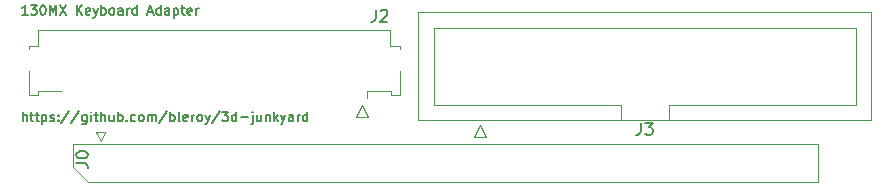
<source format=gto>
G04 #@! TF.GenerationSoftware,KiCad,Pcbnew,(5.1.10)-1*
G04 #@! TF.CreationDate,2021-09-25T20:55:18-07:00*
G04 #@! TF.ProjectId,Atari130MX-adapter,41746172-6931-4333-904d-582d61646170,rev?*
G04 #@! TF.SameCoordinates,Original*
G04 #@! TF.FileFunction,Legend,Top*
G04 #@! TF.FilePolarity,Positive*
%FSLAX46Y46*%
G04 Gerber Fmt 4.6, Leading zero omitted, Abs format (unit mm)*
G04 Created by KiCad (PCBNEW (5.1.10)-1) date 2021-09-25 20:55:18*
%MOMM*%
%LPD*%
G01*
G04 APERTURE LIST*
%ADD10C,0.150000*%
%ADD11C,0.120000*%
%ADD12R,0.400000X1.000000*%
%ADD13R,2.000000X1.300000*%
%ADD14O,1.524000X2.540000*%
%ADD15C,1.700000*%
G04 APERTURE END LIST*
D10*
X18787976Y-35361904D02*
X18787976Y-34561904D01*
X19130833Y-35361904D02*
X19130833Y-34942857D01*
X19092738Y-34866666D01*
X19016547Y-34828571D01*
X18902261Y-34828571D01*
X18826071Y-34866666D01*
X18787976Y-34904761D01*
X19397500Y-34828571D02*
X19702261Y-34828571D01*
X19511785Y-34561904D02*
X19511785Y-35247619D01*
X19549880Y-35323809D01*
X19626071Y-35361904D01*
X19702261Y-35361904D01*
X19854642Y-34828571D02*
X20159404Y-34828571D01*
X19968928Y-34561904D02*
X19968928Y-35247619D01*
X20007023Y-35323809D01*
X20083214Y-35361904D01*
X20159404Y-35361904D01*
X20426071Y-34828571D02*
X20426071Y-35628571D01*
X20426071Y-34866666D02*
X20502261Y-34828571D01*
X20654642Y-34828571D01*
X20730833Y-34866666D01*
X20768928Y-34904761D01*
X20807023Y-34980952D01*
X20807023Y-35209523D01*
X20768928Y-35285714D01*
X20730833Y-35323809D01*
X20654642Y-35361904D01*
X20502261Y-35361904D01*
X20426071Y-35323809D01*
X21111785Y-35323809D02*
X21187976Y-35361904D01*
X21340357Y-35361904D01*
X21416547Y-35323809D01*
X21454642Y-35247619D01*
X21454642Y-35209523D01*
X21416547Y-35133333D01*
X21340357Y-35095238D01*
X21226071Y-35095238D01*
X21149880Y-35057142D01*
X21111785Y-34980952D01*
X21111785Y-34942857D01*
X21149880Y-34866666D01*
X21226071Y-34828571D01*
X21340357Y-34828571D01*
X21416547Y-34866666D01*
X21797500Y-35285714D02*
X21835595Y-35323809D01*
X21797500Y-35361904D01*
X21759404Y-35323809D01*
X21797500Y-35285714D01*
X21797500Y-35361904D01*
X21797500Y-34866666D02*
X21835595Y-34904761D01*
X21797500Y-34942857D01*
X21759404Y-34904761D01*
X21797500Y-34866666D01*
X21797500Y-34942857D01*
X22749880Y-34523809D02*
X22064166Y-35552380D01*
X23587976Y-34523809D02*
X22902261Y-35552380D01*
X24197500Y-34828571D02*
X24197500Y-35476190D01*
X24159404Y-35552380D01*
X24121309Y-35590476D01*
X24045119Y-35628571D01*
X23930833Y-35628571D01*
X23854642Y-35590476D01*
X24197500Y-35323809D02*
X24121309Y-35361904D01*
X23968928Y-35361904D01*
X23892738Y-35323809D01*
X23854642Y-35285714D01*
X23816547Y-35209523D01*
X23816547Y-34980952D01*
X23854642Y-34904761D01*
X23892738Y-34866666D01*
X23968928Y-34828571D01*
X24121309Y-34828571D01*
X24197500Y-34866666D01*
X24578452Y-35361904D02*
X24578452Y-34828571D01*
X24578452Y-34561904D02*
X24540357Y-34600000D01*
X24578452Y-34638095D01*
X24616547Y-34600000D01*
X24578452Y-34561904D01*
X24578452Y-34638095D01*
X24845119Y-34828571D02*
X25149880Y-34828571D01*
X24959404Y-34561904D02*
X24959404Y-35247619D01*
X24997500Y-35323809D01*
X25073690Y-35361904D01*
X25149880Y-35361904D01*
X25416547Y-35361904D02*
X25416547Y-34561904D01*
X25759404Y-35361904D02*
X25759404Y-34942857D01*
X25721309Y-34866666D01*
X25645119Y-34828571D01*
X25530833Y-34828571D01*
X25454642Y-34866666D01*
X25416547Y-34904761D01*
X26483214Y-34828571D02*
X26483214Y-35361904D01*
X26140357Y-34828571D02*
X26140357Y-35247619D01*
X26178452Y-35323809D01*
X26254642Y-35361904D01*
X26368928Y-35361904D01*
X26445119Y-35323809D01*
X26483214Y-35285714D01*
X26864166Y-35361904D02*
X26864166Y-34561904D01*
X26864166Y-34866666D02*
X26940357Y-34828571D01*
X27092738Y-34828571D01*
X27168928Y-34866666D01*
X27207023Y-34904761D01*
X27245119Y-34980952D01*
X27245119Y-35209523D01*
X27207023Y-35285714D01*
X27168928Y-35323809D01*
X27092738Y-35361904D01*
X26940357Y-35361904D01*
X26864166Y-35323809D01*
X27587976Y-35285714D02*
X27626071Y-35323809D01*
X27587976Y-35361904D01*
X27549880Y-35323809D01*
X27587976Y-35285714D01*
X27587976Y-35361904D01*
X28311785Y-35323809D02*
X28235595Y-35361904D01*
X28083214Y-35361904D01*
X28007023Y-35323809D01*
X27968928Y-35285714D01*
X27930833Y-35209523D01*
X27930833Y-34980952D01*
X27968928Y-34904761D01*
X28007023Y-34866666D01*
X28083214Y-34828571D01*
X28235595Y-34828571D01*
X28311785Y-34866666D01*
X28768928Y-35361904D02*
X28692738Y-35323809D01*
X28654642Y-35285714D01*
X28616547Y-35209523D01*
X28616547Y-34980952D01*
X28654642Y-34904761D01*
X28692738Y-34866666D01*
X28768928Y-34828571D01*
X28883214Y-34828571D01*
X28959404Y-34866666D01*
X28997500Y-34904761D01*
X29035595Y-34980952D01*
X29035595Y-35209523D01*
X28997500Y-35285714D01*
X28959404Y-35323809D01*
X28883214Y-35361904D01*
X28768928Y-35361904D01*
X29378452Y-35361904D02*
X29378452Y-34828571D01*
X29378452Y-34904761D02*
X29416547Y-34866666D01*
X29492738Y-34828571D01*
X29607023Y-34828571D01*
X29683214Y-34866666D01*
X29721309Y-34942857D01*
X29721309Y-35361904D01*
X29721309Y-34942857D02*
X29759404Y-34866666D01*
X29835595Y-34828571D01*
X29949880Y-34828571D01*
X30026071Y-34866666D01*
X30064166Y-34942857D01*
X30064166Y-35361904D01*
X31016547Y-34523809D02*
X30330833Y-35552380D01*
X31283214Y-35361904D02*
X31283214Y-34561904D01*
X31283214Y-34866666D02*
X31359404Y-34828571D01*
X31511785Y-34828571D01*
X31587976Y-34866666D01*
X31626071Y-34904761D01*
X31664166Y-34980952D01*
X31664166Y-35209523D01*
X31626071Y-35285714D01*
X31587976Y-35323809D01*
X31511785Y-35361904D01*
X31359404Y-35361904D01*
X31283214Y-35323809D01*
X32121309Y-35361904D02*
X32045119Y-35323809D01*
X32007023Y-35247619D01*
X32007023Y-34561904D01*
X32730833Y-35323809D02*
X32654642Y-35361904D01*
X32502261Y-35361904D01*
X32426071Y-35323809D01*
X32387976Y-35247619D01*
X32387976Y-34942857D01*
X32426071Y-34866666D01*
X32502261Y-34828571D01*
X32654642Y-34828571D01*
X32730833Y-34866666D01*
X32768928Y-34942857D01*
X32768928Y-35019047D01*
X32387976Y-35095238D01*
X33111785Y-35361904D02*
X33111785Y-34828571D01*
X33111785Y-34980952D02*
X33149880Y-34904761D01*
X33187976Y-34866666D01*
X33264166Y-34828571D01*
X33340357Y-34828571D01*
X33721309Y-35361904D02*
X33645119Y-35323809D01*
X33607023Y-35285714D01*
X33568928Y-35209523D01*
X33568928Y-34980952D01*
X33607023Y-34904761D01*
X33645119Y-34866666D01*
X33721309Y-34828571D01*
X33835595Y-34828571D01*
X33911785Y-34866666D01*
X33949880Y-34904761D01*
X33987976Y-34980952D01*
X33987976Y-35209523D01*
X33949880Y-35285714D01*
X33911785Y-35323809D01*
X33835595Y-35361904D01*
X33721309Y-35361904D01*
X34254642Y-34828571D02*
X34445119Y-35361904D01*
X34635595Y-34828571D02*
X34445119Y-35361904D01*
X34368928Y-35552380D01*
X34330833Y-35590476D01*
X34254642Y-35628571D01*
X35511785Y-34523809D02*
X34826071Y-35552380D01*
X35702261Y-34561904D02*
X36197500Y-34561904D01*
X35930833Y-34866666D01*
X36045119Y-34866666D01*
X36121309Y-34904761D01*
X36159404Y-34942857D01*
X36197500Y-35019047D01*
X36197500Y-35209523D01*
X36159404Y-35285714D01*
X36121309Y-35323809D01*
X36045119Y-35361904D01*
X35816547Y-35361904D01*
X35740357Y-35323809D01*
X35702261Y-35285714D01*
X36883214Y-35361904D02*
X36883214Y-34561904D01*
X36883214Y-35323809D02*
X36807023Y-35361904D01*
X36654642Y-35361904D01*
X36578452Y-35323809D01*
X36540357Y-35285714D01*
X36502261Y-35209523D01*
X36502261Y-34980952D01*
X36540357Y-34904761D01*
X36578452Y-34866666D01*
X36654642Y-34828571D01*
X36807023Y-34828571D01*
X36883214Y-34866666D01*
X37264166Y-35057142D02*
X37873690Y-35057142D01*
X38254642Y-34828571D02*
X38254642Y-35514285D01*
X38216547Y-35590476D01*
X38140357Y-35628571D01*
X38102261Y-35628571D01*
X38254642Y-34561904D02*
X38216547Y-34600000D01*
X38254642Y-34638095D01*
X38292738Y-34600000D01*
X38254642Y-34561904D01*
X38254642Y-34638095D01*
X38978452Y-34828571D02*
X38978452Y-35361904D01*
X38635595Y-34828571D02*
X38635595Y-35247619D01*
X38673690Y-35323809D01*
X38749880Y-35361904D01*
X38864166Y-35361904D01*
X38940357Y-35323809D01*
X38978452Y-35285714D01*
X39359404Y-34828571D02*
X39359404Y-35361904D01*
X39359404Y-34904761D02*
X39397500Y-34866666D01*
X39473690Y-34828571D01*
X39587976Y-34828571D01*
X39664166Y-34866666D01*
X39702261Y-34942857D01*
X39702261Y-35361904D01*
X40083214Y-35361904D02*
X40083214Y-34561904D01*
X40159404Y-35057142D02*
X40387976Y-35361904D01*
X40387976Y-34828571D02*
X40083214Y-35133333D01*
X40654642Y-34828571D02*
X40845119Y-35361904D01*
X41035595Y-34828571D02*
X40845119Y-35361904D01*
X40768928Y-35552380D01*
X40730833Y-35590476D01*
X40654642Y-35628571D01*
X41683214Y-35361904D02*
X41683214Y-34942857D01*
X41645119Y-34866666D01*
X41568928Y-34828571D01*
X41416547Y-34828571D01*
X41340357Y-34866666D01*
X41683214Y-35323809D02*
X41607023Y-35361904D01*
X41416547Y-35361904D01*
X41340357Y-35323809D01*
X41302261Y-35247619D01*
X41302261Y-35171428D01*
X41340357Y-35095238D01*
X41416547Y-35057142D01*
X41607023Y-35057142D01*
X41683214Y-35019047D01*
X42064166Y-35361904D02*
X42064166Y-34828571D01*
X42064166Y-34980952D02*
X42102261Y-34904761D01*
X42140357Y-34866666D01*
X42216547Y-34828571D01*
X42292738Y-34828571D01*
X42902261Y-35361904D02*
X42902261Y-34561904D01*
X42902261Y-35323809D02*
X42826071Y-35361904D01*
X42673690Y-35361904D01*
X42597500Y-35323809D01*
X42559404Y-35285714D01*
X42521309Y-35209523D01*
X42521309Y-34980952D01*
X42559404Y-34904761D01*
X42597500Y-34866666D01*
X42673690Y-34828571D01*
X42826071Y-34828571D01*
X42902261Y-34866666D01*
X19207023Y-26361904D02*
X18749880Y-26361904D01*
X18978452Y-26361904D02*
X18978452Y-25561904D01*
X18902261Y-25676190D01*
X18826071Y-25752380D01*
X18749880Y-25790476D01*
X19473690Y-25561904D02*
X19968928Y-25561904D01*
X19702261Y-25866666D01*
X19816547Y-25866666D01*
X19892738Y-25904761D01*
X19930833Y-25942857D01*
X19968928Y-26019047D01*
X19968928Y-26209523D01*
X19930833Y-26285714D01*
X19892738Y-26323809D01*
X19816547Y-26361904D01*
X19587976Y-26361904D01*
X19511785Y-26323809D01*
X19473690Y-26285714D01*
X20464166Y-25561904D02*
X20540357Y-25561904D01*
X20616547Y-25600000D01*
X20654642Y-25638095D01*
X20692738Y-25714285D01*
X20730833Y-25866666D01*
X20730833Y-26057142D01*
X20692738Y-26209523D01*
X20654642Y-26285714D01*
X20616547Y-26323809D01*
X20540357Y-26361904D01*
X20464166Y-26361904D01*
X20387976Y-26323809D01*
X20349880Y-26285714D01*
X20311785Y-26209523D01*
X20273690Y-26057142D01*
X20273690Y-25866666D01*
X20311785Y-25714285D01*
X20349880Y-25638095D01*
X20387976Y-25600000D01*
X20464166Y-25561904D01*
X21073690Y-26361904D02*
X21073690Y-25561904D01*
X21340357Y-26133333D01*
X21607023Y-25561904D01*
X21607023Y-26361904D01*
X21911785Y-25561904D02*
X22445119Y-26361904D01*
X22445119Y-25561904D02*
X21911785Y-26361904D01*
X23359404Y-26361904D02*
X23359404Y-25561904D01*
X23816547Y-26361904D02*
X23473690Y-25904761D01*
X23816547Y-25561904D02*
X23359404Y-26019047D01*
X24464166Y-26323809D02*
X24387976Y-26361904D01*
X24235595Y-26361904D01*
X24159404Y-26323809D01*
X24121309Y-26247619D01*
X24121309Y-25942857D01*
X24159404Y-25866666D01*
X24235595Y-25828571D01*
X24387976Y-25828571D01*
X24464166Y-25866666D01*
X24502261Y-25942857D01*
X24502261Y-26019047D01*
X24121309Y-26095238D01*
X24768928Y-25828571D02*
X24959404Y-26361904D01*
X25149880Y-25828571D02*
X24959404Y-26361904D01*
X24883214Y-26552380D01*
X24845119Y-26590476D01*
X24768928Y-26628571D01*
X25454642Y-26361904D02*
X25454642Y-25561904D01*
X25454642Y-25866666D02*
X25530833Y-25828571D01*
X25683214Y-25828571D01*
X25759404Y-25866666D01*
X25797500Y-25904761D01*
X25835595Y-25980952D01*
X25835595Y-26209523D01*
X25797500Y-26285714D01*
X25759404Y-26323809D01*
X25683214Y-26361904D01*
X25530833Y-26361904D01*
X25454642Y-26323809D01*
X26292738Y-26361904D02*
X26216547Y-26323809D01*
X26178452Y-26285714D01*
X26140357Y-26209523D01*
X26140357Y-25980952D01*
X26178452Y-25904761D01*
X26216547Y-25866666D01*
X26292738Y-25828571D01*
X26407023Y-25828571D01*
X26483214Y-25866666D01*
X26521309Y-25904761D01*
X26559404Y-25980952D01*
X26559404Y-26209523D01*
X26521309Y-26285714D01*
X26483214Y-26323809D01*
X26407023Y-26361904D01*
X26292738Y-26361904D01*
X27245119Y-26361904D02*
X27245119Y-25942857D01*
X27207023Y-25866666D01*
X27130833Y-25828571D01*
X26978452Y-25828571D01*
X26902261Y-25866666D01*
X27245119Y-26323809D02*
X27168928Y-26361904D01*
X26978452Y-26361904D01*
X26902261Y-26323809D01*
X26864166Y-26247619D01*
X26864166Y-26171428D01*
X26902261Y-26095238D01*
X26978452Y-26057142D01*
X27168928Y-26057142D01*
X27245119Y-26019047D01*
X27626071Y-26361904D02*
X27626071Y-25828571D01*
X27626071Y-25980952D02*
X27664166Y-25904761D01*
X27702261Y-25866666D01*
X27778452Y-25828571D01*
X27854642Y-25828571D01*
X28464166Y-26361904D02*
X28464166Y-25561904D01*
X28464166Y-26323809D02*
X28387976Y-26361904D01*
X28235595Y-26361904D01*
X28159404Y-26323809D01*
X28121309Y-26285714D01*
X28083214Y-26209523D01*
X28083214Y-25980952D01*
X28121309Y-25904761D01*
X28159404Y-25866666D01*
X28235595Y-25828571D01*
X28387976Y-25828571D01*
X28464166Y-25866666D01*
X29416547Y-26133333D02*
X29797500Y-26133333D01*
X29340357Y-26361904D02*
X29607023Y-25561904D01*
X29873690Y-26361904D01*
X30483214Y-26361904D02*
X30483214Y-25561904D01*
X30483214Y-26323809D02*
X30407023Y-26361904D01*
X30254642Y-26361904D01*
X30178452Y-26323809D01*
X30140357Y-26285714D01*
X30102261Y-26209523D01*
X30102261Y-25980952D01*
X30140357Y-25904761D01*
X30178452Y-25866666D01*
X30254642Y-25828571D01*
X30407023Y-25828571D01*
X30483214Y-25866666D01*
X31207023Y-26361904D02*
X31207023Y-25942857D01*
X31168928Y-25866666D01*
X31092738Y-25828571D01*
X30940357Y-25828571D01*
X30864166Y-25866666D01*
X31207023Y-26323809D02*
X31130833Y-26361904D01*
X30940357Y-26361904D01*
X30864166Y-26323809D01*
X30826071Y-26247619D01*
X30826071Y-26171428D01*
X30864166Y-26095238D01*
X30940357Y-26057142D01*
X31130833Y-26057142D01*
X31207023Y-26019047D01*
X31587976Y-25828571D02*
X31587976Y-26628571D01*
X31587976Y-25866666D02*
X31664166Y-25828571D01*
X31816547Y-25828571D01*
X31892738Y-25866666D01*
X31930833Y-25904761D01*
X31968928Y-25980952D01*
X31968928Y-26209523D01*
X31930833Y-26285714D01*
X31892738Y-26323809D01*
X31816547Y-26361904D01*
X31664166Y-26361904D01*
X31587976Y-26323809D01*
X32197500Y-25828571D02*
X32502261Y-25828571D01*
X32311785Y-25561904D02*
X32311785Y-26247619D01*
X32349880Y-26323809D01*
X32426071Y-26361904D01*
X32502261Y-26361904D01*
X33073690Y-26323809D02*
X32997500Y-26361904D01*
X32845119Y-26361904D01*
X32768928Y-26323809D01*
X32730833Y-26247619D01*
X32730833Y-25942857D01*
X32768928Y-25866666D01*
X32845119Y-25828571D01*
X32997500Y-25828571D01*
X33073690Y-25866666D01*
X33111785Y-25942857D01*
X33111785Y-26019047D01*
X32730833Y-26095238D01*
X33454642Y-26361904D02*
X33454642Y-25828571D01*
X33454642Y-25980952D02*
X33492738Y-25904761D01*
X33530833Y-25866666D01*
X33607023Y-25828571D01*
X33683214Y-25828571D01*
D11*
X25781000Y-36322000D02*
X25400000Y-37084000D01*
X25019000Y-36322000D02*
X25781000Y-36322000D01*
X25400000Y-37084000D02*
X25019000Y-36322000D01*
X48003000Y-35028000D02*
X47495000Y-34012000D01*
X46987000Y-35028000D02*
X48003000Y-35028000D01*
X47495000Y-34012000D02*
X46987000Y-35028000D01*
X47960000Y-33410000D02*
X47960000Y-32820000D01*
X47960000Y-32820000D02*
X49940000Y-32820000D01*
X49940000Y-32820000D02*
X49940000Y-33170000D01*
X49940000Y-33170000D02*
X50710000Y-33170000D01*
X50710000Y-33170000D02*
X50710000Y-31120000D01*
X50710000Y-29300000D02*
X50710000Y-29000000D01*
X50710000Y-29000000D02*
X49910000Y-29000000D01*
X49910000Y-29000000D02*
X49910000Y-27700000D01*
X49910000Y-27700000D02*
X20090000Y-27700000D01*
X20090000Y-27700000D02*
X20090000Y-29000000D01*
X20090000Y-29000000D02*
X19290000Y-29000000D01*
X19290000Y-29000000D02*
X19290000Y-29300000D01*
X19290000Y-31120000D02*
X19290000Y-33170000D01*
X19290000Y-33170000D02*
X20060000Y-33170000D01*
X20060000Y-33170000D02*
X20060000Y-32820000D01*
X20060000Y-32820000D02*
X22040000Y-32820000D01*
X24330000Y-40513000D02*
X86160000Y-40513000D01*
X23060000Y-37338000D02*
X86160000Y-37338000D01*
X23060000Y-37338000D02*
X23060000Y-39243000D01*
X86160000Y-37338000D02*
X86160000Y-40513000D01*
X24330000Y-40513000D02*
X23060000Y-39243000D01*
X52290000Y-35290000D02*
X52290000Y-26170000D01*
X52290000Y-26170000D02*
X90650000Y-26170000D01*
X90650000Y-26170000D02*
X90650000Y-35290000D01*
X90650000Y-35290000D02*
X52290000Y-35290000D01*
X69420000Y-35290000D02*
X69420000Y-33980000D01*
X69420000Y-33980000D02*
X53590000Y-33980000D01*
X53590000Y-33980000D02*
X53590000Y-27480000D01*
X53590000Y-27480000D02*
X89350000Y-27480000D01*
X89350000Y-27480000D02*
X89350000Y-33980000D01*
X89350000Y-33980000D02*
X73520000Y-33980000D01*
X73520000Y-33980000D02*
X73520000Y-33980000D01*
X73520000Y-33980000D02*
X73520000Y-35290000D01*
X57500000Y-35680000D02*
X57000000Y-36680000D01*
X57000000Y-36680000D02*
X58000000Y-36680000D01*
X58000000Y-36680000D02*
X57500000Y-35680000D01*
D10*
X48666666Y-25952380D02*
X48666666Y-26666666D01*
X48619047Y-26809523D01*
X48523809Y-26904761D01*
X48380952Y-26952380D01*
X48285714Y-26952380D01*
X49095238Y-26047619D02*
X49142857Y-26000000D01*
X49238095Y-25952380D01*
X49476190Y-25952380D01*
X49571428Y-26000000D01*
X49619047Y-26047619D01*
X49666666Y-26142857D01*
X49666666Y-26238095D01*
X49619047Y-26380952D01*
X49047619Y-26952380D01*
X49666666Y-26952380D01*
X23328380Y-38941333D02*
X24042666Y-38941333D01*
X24185523Y-38988952D01*
X24280761Y-39084190D01*
X24328380Y-39227047D01*
X24328380Y-39322285D01*
X23328380Y-38274666D02*
X23328380Y-38179428D01*
X23376000Y-38084190D01*
X23423619Y-38036571D01*
X23518857Y-37988952D01*
X23709333Y-37941333D01*
X23947428Y-37941333D01*
X24137904Y-37988952D01*
X24233142Y-38036571D01*
X24280761Y-38084190D01*
X24328380Y-38179428D01*
X24328380Y-38274666D01*
X24280761Y-38369904D01*
X24233142Y-38417523D01*
X24137904Y-38465142D01*
X23947428Y-38512761D01*
X23709333Y-38512761D01*
X23518857Y-38465142D01*
X23423619Y-38417523D01*
X23376000Y-38369904D01*
X23328380Y-38274666D01*
X71136666Y-35516380D02*
X71136666Y-36230666D01*
X71089047Y-36373523D01*
X70993809Y-36468761D01*
X70850952Y-36516380D01*
X70755714Y-36516380D01*
X71517619Y-35516380D02*
X72136666Y-35516380D01*
X71803333Y-35897333D01*
X71946190Y-35897333D01*
X72041428Y-35944952D01*
X72089047Y-35992571D01*
X72136666Y-36087809D01*
X72136666Y-36325904D01*
X72089047Y-36421142D01*
X72041428Y-36468761D01*
X71946190Y-36516380D01*
X71660476Y-36516380D01*
X71565238Y-36468761D01*
X71517619Y-36421142D01*
%LPC*%
D12*
X22500000Y-32910000D03*
X23500000Y-32910000D03*
X24500000Y-32910000D03*
X25500000Y-32910000D03*
X26500000Y-32910000D03*
X27500000Y-32910000D03*
X28500000Y-32910000D03*
X29500000Y-32910000D03*
X30500000Y-32910000D03*
X31500000Y-32910000D03*
X32500000Y-32910000D03*
X33500000Y-32910000D03*
X34500000Y-32910000D03*
X35500000Y-32910000D03*
X36500000Y-32910000D03*
X37500000Y-32910000D03*
X38500000Y-32910000D03*
X39500000Y-32910000D03*
X40500000Y-32910000D03*
X41500000Y-32910000D03*
X42500000Y-32910000D03*
X43500000Y-32910000D03*
X44500000Y-32910000D03*
X45500000Y-32910000D03*
X46500000Y-32910000D03*
X47500000Y-32910000D03*
D13*
X19700000Y-30210000D03*
X50300000Y-30210000D03*
D14*
X25400000Y-39116000D03*
X27940000Y-39116000D03*
X30480000Y-39116000D03*
X33020000Y-39116000D03*
X35560000Y-39116000D03*
X38100000Y-39116000D03*
X40640000Y-39116000D03*
X43180000Y-39116000D03*
X45720000Y-39116000D03*
X48260000Y-39116000D03*
X50800000Y-39116000D03*
X53340000Y-39116000D03*
X55880000Y-39116000D03*
X58420000Y-39116000D03*
X60960000Y-39116000D03*
X63500000Y-39116000D03*
X66040000Y-39116000D03*
X68580000Y-39116000D03*
X71120000Y-39116000D03*
X73660000Y-39116000D03*
X76200000Y-39116000D03*
X78740000Y-39116000D03*
X81280000Y-39116000D03*
X83820000Y-39116000D03*
D15*
X85440000Y-29460000D03*
X82900000Y-29460000D03*
X80360000Y-29460000D03*
X77820000Y-29460000D03*
X75280000Y-29460000D03*
X72740000Y-29460000D03*
X70200000Y-29460000D03*
X67660000Y-29460000D03*
X65120000Y-29460000D03*
X62580000Y-29460000D03*
X60040000Y-29460000D03*
X57500000Y-29460000D03*
X85440000Y-32000000D03*
X82900000Y-32000000D03*
X80360000Y-32000000D03*
X77820000Y-32000000D03*
X75280000Y-32000000D03*
X72740000Y-32000000D03*
X70200000Y-32000000D03*
X67660000Y-32000000D03*
X65120000Y-32000000D03*
X62580000Y-32000000D03*
X60040000Y-32000000D03*
G36*
G01*
X58100000Y-32850000D02*
X56900000Y-32850000D01*
G75*
G02*
X56650000Y-32600000I0J250000D01*
G01*
X56650000Y-31400000D01*
G75*
G02*
X56900000Y-31150000I250000J0D01*
G01*
X58100000Y-31150000D01*
G75*
G02*
X58350000Y-31400000I0J-250000D01*
G01*
X58350000Y-32600000D01*
G75*
G02*
X58100000Y-32850000I-250000J0D01*
G01*
G37*
M02*

</source>
